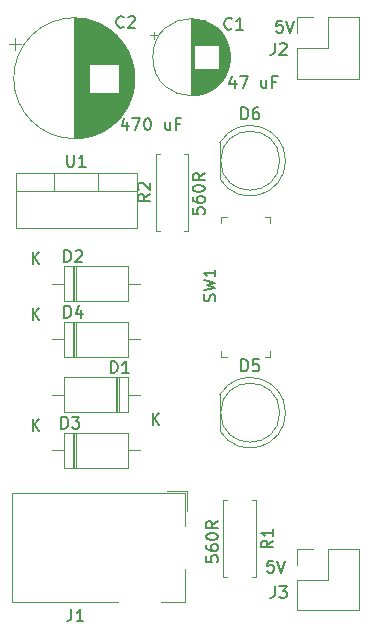
<source format=gto>
%TF.GenerationSoftware,KiCad,Pcbnew,5.1.8-db9833491~88~ubuntu18.04.1*%
%TF.CreationDate,2021-01-02T19:35:10+01:00*%
%TF.ProjectId,Breadboard_power_supply,42726561-6462-46f6-9172-645f706f7765,Rev A*%
%TF.SameCoordinates,Original*%
%TF.FileFunction,Legend,Top*%
%TF.FilePolarity,Positive*%
%FSLAX46Y46*%
G04 Gerber Fmt 4.6, Leading zero omitted, Abs format (unit mm)*
G04 Created by KiCad (PCBNEW 5.1.8-db9833491~88~ubuntu18.04.1) date 2021-01-02 19:35:10*
%MOMM*%
%LPD*%
G01*
G04 APERTURE LIST*
%ADD10C,0.150000*%
%ADD11C,0.120000*%
%ADD12C,0.100000*%
G04 APERTURE END LIST*
D10*
X132945380Y-66206714D02*
X132945380Y-66873380D01*
X132707285Y-65825761D02*
X132469190Y-66540047D01*
X133088238Y-66540047D01*
X133373952Y-65873380D02*
X134040619Y-65873380D01*
X133612047Y-66873380D01*
X135612047Y-66206714D02*
X135612047Y-66873380D01*
X135183476Y-66206714D02*
X135183476Y-66730523D01*
X135231095Y-66825761D01*
X135326333Y-66873380D01*
X135469190Y-66873380D01*
X135564428Y-66825761D01*
X135612047Y-66778142D01*
X136421571Y-66349571D02*
X136088238Y-66349571D01*
X136088238Y-66873380D02*
X136088238Y-65873380D01*
X136564428Y-65873380D01*
X123833190Y-69762714D02*
X123833190Y-70429380D01*
X123595095Y-69381761D02*
X123357000Y-70096047D01*
X123976047Y-70096047D01*
X124261761Y-69429380D02*
X124928428Y-69429380D01*
X124499857Y-70429380D01*
X125499857Y-69429380D02*
X125595095Y-69429380D01*
X125690333Y-69477000D01*
X125737952Y-69524619D01*
X125785571Y-69619857D01*
X125833190Y-69810333D01*
X125833190Y-70048428D01*
X125785571Y-70238904D01*
X125737952Y-70334142D01*
X125690333Y-70381761D01*
X125595095Y-70429380D01*
X125499857Y-70429380D01*
X125404619Y-70381761D01*
X125357000Y-70334142D01*
X125309380Y-70238904D01*
X125261761Y-70048428D01*
X125261761Y-69810333D01*
X125309380Y-69619857D01*
X125357000Y-69524619D01*
X125404619Y-69477000D01*
X125499857Y-69429380D01*
X127452238Y-69762714D02*
X127452238Y-70429380D01*
X127023666Y-69762714D02*
X127023666Y-70286523D01*
X127071285Y-70381761D01*
X127166523Y-70429380D01*
X127309380Y-70429380D01*
X127404619Y-70381761D01*
X127452238Y-70334142D01*
X128261761Y-69905571D02*
X127928428Y-69905571D01*
X127928428Y-70429380D02*
X127928428Y-69429380D01*
X128404619Y-69429380D01*
X130516380Y-106497285D02*
X130516380Y-106973476D01*
X130992571Y-107021095D01*
X130944952Y-106973476D01*
X130897333Y-106878238D01*
X130897333Y-106640142D01*
X130944952Y-106544904D01*
X130992571Y-106497285D01*
X131087809Y-106449666D01*
X131325904Y-106449666D01*
X131421142Y-106497285D01*
X131468761Y-106544904D01*
X131516380Y-106640142D01*
X131516380Y-106878238D01*
X131468761Y-106973476D01*
X131421142Y-107021095D01*
X130516380Y-105592523D02*
X130516380Y-105783000D01*
X130564000Y-105878238D01*
X130611619Y-105925857D01*
X130754476Y-106021095D01*
X130944952Y-106068714D01*
X131325904Y-106068714D01*
X131421142Y-106021095D01*
X131468761Y-105973476D01*
X131516380Y-105878238D01*
X131516380Y-105687761D01*
X131468761Y-105592523D01*
X131421142Y-105544904D01*
X131325904Y-105497285D01*
X131087809Y-105497285D01*
X130992571Y-105544904D01*
X130944952Y-105592523D01*
X130897333Y-105687761D01*
X130897333Y-105878238D01*
X130944952Y-105973476D01*
X130992571Y-106021095D01*
X131087809Y-106068714D01*
X130516380Y-104878238D02*
X130516380Y-104783000D01*
X130564000Y-104687761D01*
X130611619Y-104640142D01*
X130706857Y-104592523D01*
X130897333Y-104544904D01*
X131135428Y-104544904D01*
X131325904Y-104592523D01*
X131421142Y-104640142D01*
X131468761Y-104687761D01*
X131516380Y-104783000D01*
X131516380Y-104878238D01*
X131468761Y-104973476D01*
X131421142Y-105021095D01*
X131325904Y-105068714D01*
X131135428Y-105116333D01*
X130897333Y-105116333D01*
X130706857Y-105068714D01*
X130611619Y-105021095D01*
X130564000Y-104973476D01*
X130516380Y-104878238D01*
X131516380Y-103544904D02*
X131040190Y-103878238D01*
X131516380Y-104116333D02*
X130516380Y-104116333D01*
X130516380Y-103735380D01*
X130564000Y-103640142D01*
X130611619Y-103592523D01*
X130706857Y-103544904D01*
X130849714Y-103544904D01*
X130944952Y-103592523D01*
X130992571Y-103640142D01*
X131040190Y-103735380D01*
X131040190Y-104116333D01*
X129373380Y-77033285D02*
X129373380Y-77509476D01*
X129849571Y-77557095D01*
X129801952Y-77509476D01*
X129754333Y-77414238D01*
X129754333Y-77176142D01*
X129801952Y-77080904D01*
X129849571Y-77033285D01*
X129944809Y-76985666D01*
X130182904Y-76985666D01*
X130278142Y-77033285D01*
X130325761Y-77080904D01*
X130373380Y-77176142D01*
X130373380Y-77414238D01*
X130325761Y-77509476D01*
X130278142Y-77557095D01*
X129373380Y-76128523D02*
X129373380Y-76319000D01*
X129421000Y-76414238D01*
X129468619Y-76461857D01*
X129611476Y-76557095D01*
X129801952Y-76604714D01*
X130182904Y-76604714D01*
X130278142Y-76557095D01*
X130325761Y-76509476D01*
X130373380Y-76414238D01*
X130373380Y-76223761D01*
X130325761Y-76128523D01*
X130278142Y-76080904D01*
X130182904Y-76033285D01*
X129944809Y-76033285D01*
X129849571Y-76080904D01*
X129801952Y-76128523D01*
X129754333Y-76223761D01*
X129754333Y-76414238D01*
X129801952Y-76509476D01*
X129849571Y-76557095D01*
X129944809Y-76604714D01*
X129373380Y-75414238D02*
X129373380Y-75319000D01*
X129421000Y-75223761D01*
X129468619Y-75176142D01*
X129563857Y-75128523D01*
X129754333Y-75080904D01*
X129992428Y-75080904D01*
X130182904Y-75128523D01*
X130278142Y-75176142D01*
X130325761Y-75223761D01*
X130373380Y-75319000D01*
X130373380Y-75414238D01*
X130325761Y-75509476D01*
X130278142Y-75557095D01*
X130182904Y-75604714D01*
X129992428Y-75652333D01*
X129754333Y-75652333D01*
X129563857Y-75604714D01*
X129468619Y-75557095D01*
X129421000Y-75509476D01*
X129373380Y-75414238D01*
X130373380Y-74080904D02*
X129897190Y-74414238D01*
X130373380Y-74652333D02*
X129373380Y-74652333D01*
X129373380Y-74271380D01*
X129421000Y-74176142D01*
X129468619Y-74128523D01*
X129563857Y-74080904D01*
X129706714Y-74080904D01*
X129801952Y-74128523D01*
X129849571Y-74176142D01*
X129897190Y-74271380D01*
X129897190Y-74652333D01*
X136969523Y-61174380D02*
X136493333Y-61174380D01*
X136445714Y-61650571D01*
X136493333Y-61602952D01*
X136588571Y-61555333D01*
X136826666Y-61555333D01*
X136921904Y-61602952D01*
X136969523Y-61650571D01*
X137017142Y-61745809D01*
X137017142Y-61983904D01*
X136969523Y-62079142D01*
X136921904Y-62126761D01*
X136826666Y-62174380D01*
X136588571Y-62174380D01*
X136493333Y-62126761D01*
X136445714Y-62079142D01*
X137302857Y-61174380D02*
X137636190Y-62174380D01*
X137969523Y-61174380D01*
X136207523Y-106894380D02*
X135731333Y-106894380D01*
X135683714Y-107370571D01*
X135731333Y-107322952D01*
X135826571Y-107275333D01*
X136064666Y-107275333D01*
X136159904Y-107322952D01*
X136207523Y-107370571D01*
X136255142Y-107465809D01*
X136255142Y-107703904D01*
X136207523Y-107799142D01*
X136159904Y-107846761D01*
X136064666Y-107894380D01*
X135826571Y-107894380D01*
X135731333Y-107846761D01*
X135683714Y-107799142D01*
X136540857Y-106894380D02*
X136874190Y-107894380D01*
X137207523Y-106894380D01*
D11*
%TO.C,C1*%
X126080759Y-62108000D02*
X126080759Y-62738000D01*
X125765759Y-62423000D02*
X126395759Y-62423000D01*
X132507000Y-63860000D02*
X132507000Y-64664000D01*
X132467000Y-63629000D02*
X132467000Y-64895000D01*
X132427000Y-63460000D02*
X132427000Y-65064000D01*
X132387000Y-63322000D02*
X132387000Y-65202000D01*
X132347000Y-63203000D02*
X132347000Y-65321000D01*
X132307000Y-63097000D02*
X132307000Y-65427000D01*
X132267000Y-63000000D02*
X132267000Y-65524000D01*
X132227000Y-62912000D02*
X132227000Y-65612000D01*
X132187000Y-62830000D02*
X132187000Y-65694000D01*
X132147000Y-62753000D02*
X132147000Y-65771000D01*
X132107000Y-62681000D02*
X132107000Y-65843000D01*
X132067000Y-62612000D02*
X132067000Y-65912000D01*
X132027000Y-62548000D02*
X132027000Y-65976000D01*
X131987000Y-62486000D02*
X131987000Y-66038000D01*
X131947000Y-62428000D02*
X131947000Y-66096000D01*
X131907000Y-62372000D02*
X131907000Y-66152000D01*
X131867000Y-62318000D02*
X131867000Y-66206000D01*
X131827000Y-62267000D02*
X131827000Y-66257000D01*
X131787000Y-62218000D02*
X131787000Y-66306000D01*
X131747000Y-62170000D02*
X131747000Y-66354000D01*
X131707000Y-62125000D02*
X131707000Y-66399000D01*
X131667000Y-62080000D02*
X131667000Y-66444000D01*
X131627000Y-62038000D02*
X131627000Y-66486000D01*
X131587000Y-61997000D02*
X131587000Y-66527000D01*
X131547000Y-65302000D02*
X131547000Y-66567000D01*
X131547000Y-61957000D02*
X131547000Y-63222000D01*
X131507000Y-65302000D02*
X131507000Y-66605000D01*
X131507000Y-61919000D02*
X131507000Y-63222000D01*
X131467000Y-65302000D02*
X131467000Y-66642000D01*
X131467000Y-61882000D02*
X131467000Y-63222000D01*
X131427000Y-65302000D02*
X131427000Y-66678000D01*
X131427000Y-61846000D02*
X131427000Y-63222000D01*
X131387000Y-65302000D02*
X131387000Y-66712000D01*
X131387000Y-61812000D02*
X131387000Y-63222000D01*
X131347000Y-65302000D02*
X131347000Y-66746000D01*
X131347000Y-61778000D02*
X131347000Y-63222000D01*
X131307000Y-65302000D02*
X131307000Y-66778000D01*
X131307000Y-61746000D02*
X131307000Y-63222000D01*
X131267000Y-65302000D02*
X131267000Y-66810000D01*
X131267000Y-61714000D02*
X131267000Y-63222000D01*
X131227000Y-65302000D02*
X131227000Y-66840000D01*
X131227000Y-61684000D02*
X131227000Y-63222000D01*
X131187000Y-65302000D02*
X131187000Y-66869000D01*
X131187000Y-61655000D02*
X131187000Y-63222000D01*
X131147000Y-65302000D02*
X131147000Y-66898000D01*
X131147000Y-61626000D02*
X131147000Y-63222000D01*
X131107000Y-65302000D02*
X131107000Y-66926000D01*
X131107000Y-61598000D02*
X131107000Y-63222000D01*
X131067000Y-65302000D02*
X131067000Y-66952000D01*
X131067000Y-61572000D02*
X131067000Y-63222000D01*
X131027000Y-65302000D02*
X131027000Y-66978000D01*
X131027000Y-61546000D02*
X131027000Y-63222000D01*
X130987000Y-65302000D02*
X130987000Y-67004000D01*
X130987000Y-61520000D02*
X130987000Y-63222000D01*
X130947000Y-65302000D02*
X130947000Y-67028000D01*
X130947000Y-61496000D02*
X130947000Y-63222000D01*
X130907000Y-65302000D02*
X130907000Y-67052000D01*
X130907000Y-61472000D02*
X130907000Y-63222000D01*
X130867000Y-65302000D02*
X130867000Y-67074000D01*
X130867000Y-61450000D02*
X130867000Y-63222000D01*
X130827000Y-65302000D02*
X130827000Y-67096000D01*
X130827000Y-61428000D02*
X130827000Y-63222000D01*
X130787000Y-65302000D02*
X130787000Y-67118000D01*
X130787000Y-61406000D02*
X130787000Y-63222000D01*
X130747000Y-65302000D02*
X130747000Y-67138000D01*
X130747000Y-61386000D02*
X130747000Y-63222000D01*
X130707000Y-65302000D02*
X130707000Y-67158000D01*
X130707000Y-61366000D02*
X130707000Y-63222000D01*
X130667000Y-65302000D02*
X130667000Y-67178000D01*
X130667000Y-61346000D02*
X130667000Y-63222000D01*
X130627000Y-65302000D02*
X130627000Y-67196000D01*
X130627000Y-61328000D02*
X130627000Y-63222000D01*
X130587000Y-65302000D02*
X130587000Y-67214000D01*
X130587000Y-61310000D02*
X130587000Y-63222000D01*
X130547000Y-65302000D02*
X130547000Y-67232000D01*
X130547000Y-61292000D02*
X130547000Y-63222000D01*
X130507000Y-65302000D02*
X130507000Y-67248000D01*
X130507000Y-61276000D02*
X130507000Y-63222000D01*
X130467000Y-65302000D02*
X130467000Y-67264000D01*
X130467000Y-61260000D02*
X130467000Y-63222000D01*
X130427000Y-65302000D02*
X130427000Y-67280000D01*
X130427000Y-61244000D02*
X130427000Y-63222000D01*
X130387000Y-65302000D02*
X130387000Y-67295000D01*
X130387000Y-61229000D02*
X130387000Y-63222000D01*
X130347000Y-65302000D02*
X130347000Y-67309000D01*
X130347000Y-61215000D02*
X130347000Y-63222000D01*
X130307000Y-65302000D02*
X130307000Y-67323000D01*
X130307000Y-61201000D02*
X130307000Y-63222000D01*
X130267000Y-65302000D02*
X130267000Y-67336000D01*
X130267000Y-61188000D02*
X130267000Y-63222000D01*
X130227000Y-65302000D02*
X130227000Y-67348000D01*
X130227000Y-61176000D02*
X130227000Y-63222000D01*
X130187000Y-65302000D02*
X130187000Y-67360000D01*
X130187000Y-61164000D02*
X130187000Y-63222000D01*
X130147000Y-65302000D02*
X130147000Y-67372000D01*
X130147000Y-61152000D02*
X130147000Y-63222000D01*
X130107000Y-65302000D02*
X130107000Y-67383000D01*
X130107000Y-61141000D02*
X130107000Y-63222000D01*
X130067000Y-65302000D02*
X130067000Y-67393000D01*
X130067000Y-61131000D02*
X130067000Y-63222000D01*
X130027000Y-65302000D02*
X130027000Y-67403000D01*
X130027000Y-61121000D02*
X130027000Y-63222000D01*
X129987000Y-65302000D02*
X129987000Y-67412000D01*
X129987000Y-61112000D02*
X129987000Y-63222000D01*
X129946000Y-65302000D02*
X129946000Y-67421000D01*
X129946000Y-61103000D02*
X129946000Y-63222000D01*
X129906000Y-65302000D02*
X129906000Y-67429000D01*
X129906000Y-61095000D02*
X129906000Y-63222000D01*
X129866000Y-65302000D02*
X129866000Y-67437000D01*
X129866000Y-61087000D02*
X129866000Y-63222000D01*
X129826000Y-65302000D02*
X129826000Y-67444000D01*
X129826000Y-61080000D02*
X129826000Y-63222000D01*
X129786000Y-65302000D02*
X129786000Y-67451000D01*
X129786000Y-61073000D02*
X129786000Y-63222000D01*
X129746000Y-65302000D02*
X129746000Y-67457000D01*
X129746000Y-61067000D02*
X129746000Y-63222000D01*
X129706000Y-65302000D02*
X129706000Y-67463000D01*
X129706000Y-61061000D02*
X129706000Y-63222000D01*
X129666000Y-65302000D02*
X129666000Y-67468000D01*
X129666000Y-61056000D02*
X129666000Y-63222000D01*
X129626000Y-65302000D02*
X129626000Y-67473000D01*
X129626000Y-61051000D02*
X129626000Y-63222000D01*
X129586000Y-65302000D02*
X129586000Y-67477000D01*
X129586000Y-61047000D02*
X129586000Y-63222000D01*
X129546000Y-65302000D02*
X129546000Y-67480000D01*
X129546000Y-61044000D02*
X129546000Y-63222000D01*
X129506000Y-65302000D02*
X129506000Y-67484000D01*
X129506000Y-61040000D02*
X129506000Y-63222000D01*
X129466000Y-61038000D02*
X129466000Y-67486000D01*
X129426000Y-61035000D02*
X129426000Y-67489000D01*
X129386000Y-61034000D02*
X129386000Y-67490000D01*
X129346000Y-61032000D02*
X129346000Y-67492000D01*
X129306000Y-61032000D02*
X129306000Y-67492000D01*
X129266000Y-61032000D02*
X129266000Y-67492000D01*
X132536000Y-64262000D02*
G75*
G03*
X132536000Y-64262000I-3270000J0D01*
G01*
%TO.C,C2*%
X114360354Y-62665000D02*
X114360354Y-63665000D01*
X113860354Y-63165000D02*
X114860354Y-63165000D01*
X124421000Y-65441000D02*
X124421000Y-66639000D01*
X124381000Y-65178000D02*
X124381000Y-66902000D01*
X124341000Y-64978000D02*
X124341000Y-67102000D01*
X124301000Y-64810000D02*
X124301000Y-67270000D01*
X124261000Y-64662000D02*
X124261000Y-67418000D01*
X124221000Y-64530000D02*
X124221000Y-67550000D01*
X124181000Y-64410000D02*
X124181000Y-67670000D01*
X124141000Y-64298000D02*
X124141000Y-67782000D01*
X124101000Y-64194000D02*
X124101000Y-67886000D01*
X124061000Y-64096000D02*
X124061000Y-67984000D01*
X124021000Y-64003000D02*
X124021000Y-68077000D01*
X123981000Y-63915000D02*
X123981000Y-68165000D01*
X123941000Y-63831000D02*
X123941000Y-68249000D01*
X123901000Y-63751000D02*
X123901000Y-68329000D01*
X123861000Y-63675000D02*
X123861000Y-68405000D01*
X123821000Y-63601000D02*
X123821000Y-68479000D01*
X123781000Y-63530000D02*
X123781000Y-68550000D01*
X123741000Y-63461000D02*
X123741000Y-68619000D01*
X123701000Y-63395000D02*
X123701000Y-68685000D01*
X123661000Y-63331000D02*
X123661000Y-68749000D01*
X123621000Y-63270000D02*
X123621000Y-68810000D01*
X123581000Y-63210000D02*
X123581000Y-68870000D01*
X123541000Y-63151000D02*
X123541000Y-68929000D01*
X123501000Y-63095000D02*
X123501000Y-68985000D01*
X123461000Y-63040000D02*
X123461000Y-69040000D01*
X123421000Y-62986000D02*
X123421000Y-69094000D01*
X123381000Y-62934000D02*
X123381000Y-69146000D01*
X123341000Y-62884000D02*
X123341000Y-69196000D01*
X123301000Y-62834000D02*
X123301000Y-69246000D01*
X123261000Y-62786000D02*
X123261000Y-69294000D01*
X123221000Y-62739000D02*
X123221000Y-69341000D01*
X123181000Y-62693000D02*
X123181000Y-69387000D01*
X123141000Y-62648000D02*
X123141000Y-69432000D01*
X123101000Y-62604000D02*
X123101000Y-69476000D01*
X123061000Y-67281000D02*
X123061000Y-69518000D01*
X123061000Y-62562000D02*
X123061000Y-64799000D01*
X123021000Y-67281000D02*
X123021000Y-69560000D01*
X123021000Y-62520000D02*
X123021000Y-64799000D01*
X122981000Y-67281000D02*
X122981000Y-69601000D01*
X122981000Y-62479000D02*
X122981000Y-64799000D01*
X122941000Y-67281000D02*
X122941000Y-69641000D01*
X122941000Y-62439000D02*
X122941000Y-64799000D01*
X122901000Y-67281000D02*
X122901000Y-69680000D01*
X122901000Y-62400000D02*
X122901000Y-64799000D01*
X122861000Y-67281000D02*
X122861000Y-69719000D01*
X122861000Y-62361000D02*
X122861000Y-64799000D01*
X122821000Y-67281000D02*
X122821000Y-69756000D01*
X122821000Y-62324000D02*
X122821000Y-64799000D01*
X122781000Y-67281000D02*
X122781000Y-69793000D01*
X122781000Y-62287000D02*
X122781000Y-64799000D01*
X122741000Y-67281000D02*
X122741000Y-69829000D01*
X122741000Y-62251000D02*
X122741000Y-64799000D01*
X122701000Y-67281000D02*
X122701000Y-69864000D01*
X122701000Y-62216000D02*
X122701000Y-64799000D01*
X122661000Y-67281000D02*
X122661000Y-69898000D01*
X122661000Y-62182000D02*
X122661000Y-64799000D01*
X122621000Y-67281000D02*
X122621000Y-69932000D01*
X122621000Y-62148000D02*
X122621000Y-64799000D01*
X122581000Y-67281000D02*
X122581000Y-69965000D01*
X122581000Y-62115000D02*
X122581000Y-64799000D01*
X122541000Y-67281000D02*
X122541000Y-69997000D01*
X122541000Y-62083000D02*
X122541000Y-64799000D01*
X122501000Y-67281000D02*
X122501000Y-70029000D01*
X122501000Y-62051000D02*
X122501000Y-64799000D01*
X122461000Y-67281000D02*
X122461000Y-70060000D01*
X122461000Y-62020000D02*
X122461000Y-64799000D01*
X122421000Y-67281000D02*
X122421000Y-70090000D01*
X122421000Y-61990000D02*
X122421000Y-64799000D01*
X122381000Y-67281000D02*
X122381000Y-70120000D01*
X122381000Y-61960000D02*
X122381000Y-64799000D01*
X122341000Y-67281000D02*
X122341000Y-70150000D01*
X122341000Y-61930000D02*
X122341000Y-64799000D01*
X122301000Y-67281000D02*
X122301000Y-70178000D01*
X122301000Y-61902000D02*
X122301000Y-64799000D01*
X122261000Y-67281000D02*
X122261000Y-70206000D01*
X122261000Y-61874000D02*
X122261000Y-64799000D01*
X122221000Y-67281000D02*
X122221000Y-70234000D01*
X122221000Y-61846000D02*
X122221000Y-64799000D01*
X122181000Y-67281000D02*
X122181000Y-70261000D01*
X122181000Y-61819000D02*
X122181000Y-64799000D01*
X122141000Y-67281000D02*
X122141000Y-70287000D01*
X122141000Y-61793000D02*
X122141000Y-64799000D01*
X122101000Y-67281000D02*
X122101000Y-70313000D01*
X122101000Y-61767000D02*
X122101000Y-64799000D01*
X122061000Y-67281000D02*
X122061000Y-70338000D01*
X122061000Y-61742000D02*
X122061000Y-64799000D01*
X122021000Y-67281000D02*
X122021000Y-70363000D01*
X122021000Y-61717000D02*
X122021000Y-64799000D01*
X121981000Y-67281000D02*
X121981000Y-70387000D01*
X121981000Y-61693000D02*
X121981000Y-64799000D01*
X121941000Y-67281000D02*
X121941000Y-70411000D01*
X121941000Y-61669000D02*
X121941000Y-64799000D01*
X121901000Y-67281000D02*
X121901000Y-70435000D01*
X121901000Y-61645000D02*
X121901000Y-64799000D01*
X121861000Y-67281000D02*
X121861000Y-70457000D01*
X121861000Y-61623000D02*
X121861000Y-64799000D01*
X121821000Y-67281000D02*
X121821000Y-70480000D01*
X121821000Y-61600000D02*
X121821000Y-64799000D01*
X121781000Y-67281000D02*
X121781000Y-70502000D01*
X121781000Y-61578000D02*
X121781000Y-64799000D01*
X121741000Y-67281000D02*
X121741000Y-70523000D01*
X121741000Y-61557000D02*
X121741000Y-64799000D01*
X121701000Y-67281000D02*
X121701000Y-70544000D01*
X121701000Y-61536000D02*
X121701000Y-64799000D01*
X121661000Y-67281000D02*
X121661000Y-70565000D01*
X121661000Y-61515000D02*
X121661000Y-64799000D01*
X121621000Y-67281000D02*
X121621000Y-70585000D01*
X121621000Y-61495000D02*
X121621000Y-64799000D01*
X121581000Y-67281000D02*
X121581000Y-70604000D01*
X121581000Y-61476000D02*
X121581000Y-64799000D01*
X121541000Y-67281000D02*
X121541000Y-70624000D01*
X121541000Y-61456000D02*
X121541000Y-64799000D01*
X121501000Y-67281000D02*
X121501000Y-70643000D01*
X121501000Y-61437000D02*
X121501000Y-64799000D01*
X121461000Y-67281000D02*
X121461000Y-70661000D01*
X121461000Y-61419000D02*
X121461000Y-64799000D01*
X121421000Y-67281000D02*
X121421000Y-70679000D01*
X121421000Y-61401000D02*
X121421000Y-64799000D01*
X121381000Y-67281000D02*
X121381000Y-70697000D01*
X121381000Y-61383000D02*
X121381000Y-64799000D01*
X121341000Y-67281000D02*
X121341000Y-70714000D01*
X121341000Y-61366000D02*
X121341000Y-64799000D01*
X121301000Y-67281000D02*
X121301000Y-70730000D01*
X121301000Y-61350000D02*
X121301000Y-64799000D01*
X121261000Y-67281000D02*
X121261000Y-70747000D01*
X121261000Y-61333000D02*
X121261000Y-64799000D01*
X121221000Y-67281000D02*
X121221000Y-70763000D01*
X121221000Y-61317000D02*
X121221000Y-64799000D01*
X121181000Y-67281000D02*
X121181000Y-70778000D01*
X121181000Y-61302000D02*
X121181000Y-64799000D01*
X121141000Y-67281000D02*
X121141000Y-70794000D01*
X121141000Y-61286000D02*
X121141000Y-64799000D01*
X121101000Y-67281000D02*
X121101000Y-70808000D01*
X121101000Y-61272000D02*
X121101000Y-64799000D01*
X121061000Y-67281000D02*
X121061000Y-70823000D01*
X121061000Y-61257000D02*
X121061000Y-64799000D01*
X121021000Y-67281000D02*
X121021000Y-70837000D01*
X121021000Y-61243000D02*
X121021000Y-64799000D01*
X120981000Y-67281000D02*
X120981000Y-70851000D01*
X120981000Y-61229000D02*
X120981000Y-64799000D01*
X120941000Y-67281000D02*
X120941000Y-70864000D01*
X120941000Y-61216000D02*
X120941000Y-64799000D01*
X120901000Y-67281000D02*
X120901000Y-70877000D01*
X120901000Y-61203000D02*
X120901000Y-64799000D01*
X120861000Y-67281000D02*
X120861000Y-70890000D01*
X120861000Y-61190000D02*
X120861000Y-64799000D01*
X120821000Y-67281000D02*
X120821000Y-70902000D01*
X120821000Y-61178000D02*
X120821000Y-64799000D01*
X120781000Y-67281000D02*
X120781000Y-70914000D01*
X120781000Y-61166000D02*
X120781000Y-64799000D01*
X120741000Y-67281000D02*
X120741000Y-70925000D01*
X120741000Y-61155000D02*
X120741000Y-64799000D01*
X120701000Y-67281000D02*
X120701000Y-70937000D01*
X120701000Y-61143000D02*
X120701000Y-64799000D01*
X120661000Y-67281000D02*
X120661000Y-70947000D01*
X120661000Y-61133000D02*
X120661000Y-64799000D01*
X120621000Y-67281000D02*
X120621000Y-70958000D01*
X120621000Y-61122000D02*
X120621000Y-64799000D01*
X120581000Y-61112000D02*
X120581000Y-70968000D01*
X120541000Y-61102000D02*
X120541000Y-70978000D01*
X120501000Y-61093000D02*
X120501000Y-70987000D01*
X120461000Y-61084000D02*
X120461000Y-70996000D01*
X120421000Y-61075000D02*
X120421000Y-71005000D01*
X120381000Y-61066000D02*
X120381000Y-71014000D01*
X120341000Y-61058000D02*
X120341000Y-71022000D01*
X120301000Y-61050000D02*
X120301000Y-71030000D01*
X120261000Y-61043000D02*
X120261000Y-71037000D01*
X120221000Y-61036000D02*
X120221000Y-71044000D01*
X120181000Y-61029000D02*
X120181000Y-71051000D01*
X120141000Y-61022000D02*
X120141000Y-71058000D01*
X120101000Y-61016000D02*
X120101000Y-71064000D01*
X120061000Y-61010000D02*
X120061000Y-71070000D01*
X120020000Y-61005000D02*
X120020000Y-71075000D01*
X119980000Y-61000000D02*
X119980000Y-71080000D01*
X119940000Y-60995000D02*
X119940000Y-71085000D01*
X119900000Y-60990000D02*
X119900000Y-71090000D01*
X119860000Y-60986000D02*
X119860000Y-71094000D01*
X119820000Y-60982000D02*
X119820000Y-71098000D01*
X119780000Y-60978000D02*
X119780000Y-71102000D01*
X119740000Y-60975000D02*
X119740000Y-71105000D01*
X119700000Y-60972000D02*
X119700000Y-71108000D01*
X119660000Y-60970000D02*
X119660000Y-71110000D01*
X119620000Y-60967000D02*
X119620000Y-71113000D01*
X119580000Y-60965000D02*
X119580000Y-71115000D01*
X119540000Y-60963000D02*
X119540000Y-71117000D01*
X119500000Y-60962000D02*
X119500000Y-71118000D01*
X119460000Y-60961000D02*
X119460000Y-71119000D01*
X119420000Y-60960000D02*
X119420000Y-71120000D01*
X119380000Y-60960000D02*
X119380000Y-71120000D01*
X119340000Y-60960000D02*
X119340000Y-71120000D01*
X124460000Y-66040000D02*
G75*
G03*
X124460000Y-66040000I-5120000J0D01*
G01*
%TO.C,D1*%
X123878000Y-94307000D02*
X123878000Y-91367000D01*
X123878000Y-91367000D02*
X118438000Y-91367000D01*
X118438000Y-91367000D02*
X118438000Y-94307000D01*
X118438000Y-94307000D02*
X123878000Y-94307000D01*
X124898000Y-92837000D02*
X123878000Y-92837000D01*
X117418000Y-92837000D02*
X118438000Y-92837000D01*
X122978000Y-94307000D02*
X122978000Y-91367000D01*
X122858000Y-94307000D02*
X122858000Y-91367000D01*
X123098000Y-94307000D02*
X123098000Y-91367000D01*
%TO.C,D2*%
X119218000Y-81969000D02*
X119218000Y-84909000D01*
X119458000Y-81969000D02*
X119458000Y-84909000D01*
X119338000Y-81969000D02*
X119338000Y-84909000D01*
X124898000Y-83439000D02*
X123878000Y-83439000D01*
X117418000Y-83439000D02*
X118438000Y-83439000D01*
X123878000Y-81969000D02*
X118438000Y-81969000D01*
X123878000Y-84909000D02*
X123878000Y-81969000D01*
X118438000Y-84909000D02*
X123878000Y-84909000D01*
X118438000Y-81969000D02*
X118438000Y-84909000D01*
%TO.C,D3*%
X119218000Y-96066000D02*
X119218000Y-99006000D01*
X119458000Y-96066000D02*
X119458000Y-99006000D01*
X119338000Y-96066000D02*
X119338000Y-99006000D01*
X124898000Y-97536000D02*
X123878000Y-97536000D01*
X117418000Y-97536000D02*
X118438000Y-97536000D01*
X123878000Y-96066000D02*
X118438000Y-96066000D01*
X123878000Y-99006000D02*
X123878000Y-96066000D01*
X118438000Y-99006000D02*
X123878000Y-99006000D01*
X118438000Y-96066000D02*
X118438000Y-99006000D01*
%TO.C,D4*%
X118438000Y-86668000D02*
X118438000Y-89608000D01*
X118438000Y-89608000D02*
X123878000Y-89608000D01*
X123878000Y-89608000D02*
X123878000Y-86668000D01*
X123878000Y-86668000D02*
X118438000Y-86668000D01*
X117418000Y-88138000D02*
X118438000Y-88138000D01*
X124898000Y-88138000D02*
X123878000Y-88138000D01*
X119338000Y-86668000D02*
X119338000Y-89608000D01*
X119458000Y-86668000D02*
X119458000Y-89608000D01*
X119218000Y-86668000D02*
X119218000Y-89608000D01*
%TO.C,D5*%
X137229000Y-94360538D02*
G75*
G02*
X131679000Y-95905830I-2990000J-462D01*
G01*
X137229000Y-94361462D02*
G75*
G03*
X131679000Y-92816170I-2990000J462D01*
G01*
X136739000Y-94361000D02*
G75*
G03*
X136739000Y-94361000I-2500000J0D01*
G01*
X131679000Y-92816000D02*
X131679000Y-95906000D01*
%TO.C,D6*%
X131679000Y-71480000D02*
X131679000Y-74570000D01*
X136739000Y-73025000D02*
G75*
G03*
X136739000Y-73025000I-2500000J0D01*
G01*
X137229000Y-73025462D02*
G75*
G03*
X131679000Y-71480170I-2990000J462D01*
G01*
X137229000Y-73024538D02*
G75*
G02*
X131679000Y-74569830I-2990000J-462D01*
G01*
%TO.C,J1*%
X128929000Y-100951000D02*
X128929000Y-102691000D01*
X127189000Y-100951000D02*
X128929000Y-100951000D01*
X128689000Y-110391000D02*
X126689000Y-110391000D01*
X128689000Y-107591000D02*
X128689000Y-110391000D01*
X128689000Y-101191000D02*
X128689000Y-103991000D01*
X114089000Y-101191000D02*
X128689000Y-101191000D01*
X114089000Y-110391000D02*
X114089000Y-101191000D01*
X123089000Y-110391000D02*
X114089000Y-110391000D01*
%TO.C,J2*%
X138243000Y-60900000D02*
X139573000Y-60900000D01*
X138243000Y-62230000D02*
X138243000Y-60900000D01*
X140843000Y-60900000D02*
X143443000Y-60900000D01*
X140843000Y-63500000D02*
X140843000Y-60900000D01*
X138243000Y-63500000D02*
X140843000Y-63500000D01*
X143443000Y-60900000D02*
X143443000Y-66100000D01*
X138243000Y-63500000D02*
X138243000Y-66100000D01*
X138243000Y-66100000D02*
X143443000Y-66100000D01*
%TO.C,J3*%
X138243000Y-111085000D02*
X143443000Y-111085000D01*
X138243000Y-108485000D02*
X138243000Y-111085000D01*
X143443000Y-105885000D02*
X143443000Y-111085000D01*
X138243000Y-108485000D02*
X140843000Y-108485000D01*
X140843000Y-108485000D02*
X140843000Y-105885000D01*
X140843000Y-105885000D02*
X143443000Y-105885000D01*
X138243000Y-107215000D02*
X138243000Y-105885000D01*
X138243000Y-105885000D02*
X139573000Y-105885000D01*
%TO.C,R1*%
X134390000Y-101759000D02*
X134720000Y-101759000D01*
X134720000Y-101759000D02*
X134720000Y-108299000D01*
X134720000Y-108299000D02*
X134390000Y-108299000D01*
X132310000Y-101759000D02*
X131980000Y-101759000D01*
X131980000Y-101759000D02*
X131980000Y-108299000D01*
X131980000Y-108299000D02*
X132310000Y-108299000D01*
%TO.C,R2*%
X129005000Y-72422000D02*
X128675000Y-72422000D01*
X129005000Y-78962000D02*
X129005000Y-72422000D01*
X128675000Y-78962000D02*
X129005000Y-78962000D01*
X126265000Y-72422000D02*
X126595000Y-72422000D01*
X126265000Y-78962000D02*
X126265000Y-72422000D01*
X126595000Y-78962000D02*
X126265000Y-78962000D01*
D12*
%TO.C,SW1*%
X131758000Y-77773000D02*
X131758000Y-78273000D01*
X131758000Y-77773000D02*
X132258000Y-77773000D01*
X131758000Y-89673000D02*
X132258000Y-89673000D01*
X131758000Y-89673000D02*
X131758000Y-89173000D01*
X135958000Y-89673000D02*
X135458000Y-89673000D01*
X135958000Y-89673000D02*
X135958000Y-89173000D01*
X135958000Y-77773000D02*
X135458000Y-77773000D01*
X135958000Y-77773000D02*
X135958000Y-78273000D01*
D11*
%TO.C,U1*%
X121358000Y-74073000D02*
X121358000Y-75583000D01*
X117657000Y-74073000D02*
X117657000Y-75583000D01*
X114387000Y-75583000D02*
X124627000Y-75583000D01*
X124627000Y-74073000D02*
X124627000Y-78714000D01*
X114387000Y-74073000D02*
X114387000Y-78714000D01*
X114387000Y-78714000D02*
X124627000Y-78714000D01*
X114387000Y-74073000D02*
X124627000Y-74073000D01*
%TO.C,C1*%
D10*
X132675333Y-61825142D02*
X132627714Y-61872761D01*
X132484857Y-61920380D01*
X132389619Y-61920380D01*
X132246761Y-61872761D01*
X132151523Y-61777523D01*
X132103904Y-61682285D01*
X132056285Y-61491809D01*
X132056285Y-61348952D01*
X132103904Y-61158476D01*
X132151523Y-61063238D01*
X132246761Y-60968000D01*
X132389619Y-60920380D01*
X132484857Y-60920380D01*
X132627714Y-60968000D01*
X132675333Y-61015619D01*
X133627714Y-61920380D02*
X133056285Y-61920380D01*
X133342000Y-61920380D02*
X133342000Y-60920380D01*
X133246761Y-61063238D01*
X133151523Y-61158476D01*
X133056285Y-61206095D01*
%TO.C,C2*%
X123531333Y-61698142D02*
X123483714Y-61745761D01*
X123340857Y-61793380D01*
X123245619Y-61793380D01*
X123102761Y-61745761D01*
X123007523Y-61650523D01*
X122959904Y-61555285D01*
X122912285Y-61364809D01*
X122912285Y-61221952D01*
X122959904Y-61031476D01*
X123007523Y-60936238D01*
X123102761Y-60841000D01*
X123245619Y-60793380D01*
X123340857Y-60793380D01*
X123483714Y-60841000D01*
X123531333Y-60888619D01*
X123912285Y-60888619D02*
X123959904Y-60841000D01*
X124055142Y-60793380D01*
X124293238Y-60793380D01*
X124388476Y-60841000D01*
X124436095Y-60888619D01*
X124483714Y-60983857D01*
X124483714Y-61079095D01*
X124436095Y-61221952D01*
X123864666Y-61793380D01*
X124483714Y-61793380D01*
%TO.C,D1*%
X122451904Y-91003380D02*
X122451904Y-90003380D01*
X122690000Y-90003380D01*
X122832857Y-90051000D01*
X122928095Y-90146238D01*
X122975714Y-90241476D01*
X123023333Y-90431952D01*
X123023333Y-90574809D01*
X122975714Y-90765285D01*
X122928095Y-90860523D01*
X122832857Y-90955761D01*
X122690000Y-91003380D01*
X122451904Y-91003380D01*
X123975714Y-91003380D02*
X123404285Y-91003380D01*
X123690000Y-91003380D02*
X123690000Y-90003380D01*
X123594761Y-90146238D01*
X123499523Y-90241476D01*
X123404285Y-90289095D01*
X125976095Y-95389380D02*
X125976095Y-94389380D01*
X126547523Y-95389380D02*
X126118952Y-94817952D01*
X126547523Y-94389380D02*
X125976095Y-94960809D01*
%TO.C,D2*%
X118514904Y-81605380D02*
X118514904Y-80605380D01*
X118753000Y-80605380D01*
X118895857Y-80653000D01*
X118991095Y-80748238D01*
X119038714Y-80843476D01*
X119086333Y-81033952D01*
X119086333Y-81176809D01*
X119038714Y-81367285D01*
X118991095Y-81462523D01*
X118895857Y-81557761D01*
X118753000Y-81605380D01*
X118514904Y-81605380D01*
X119467285Y-80700619D02*
X119514904Y-80653000D01*
X119610142Y-80605380D01*
X119848238Y-80605380D01*
X119943476Y-80653000D01*
X119991095Y-80700619D01*
X120038714Y-80795857D01*
X120038714Y-80891095D01*
X119991095Y-81033952D01*
X119419666Y-81605380D01*
X120038714Y-81605380D01*
X115816095Y-81791380D02*
X115816095Y-80791380D01*
X116387523Y-81791380D02*
X115958952Y-81219952D01*
X116387523Y-80791380D02*
X115816095Y-81362809D01*
%TO.C,D3*%
X118260904Y-95702380D02*
X118260904Y-94702380D01*
X118499000Y-94702380D01*
X118641857Y-94750000D01*
X118737095Y-94845238D01*
X118784714Y-94940476D01*
X118832333Y-95130952D01*
X118832333Y-95273809D01*
X118784714Y-95464285D01*
X118737095Y-95559523D01*
X118641857Y-95654761D01*
X118499000Y-95702380D01*
X118260904Y-95702380D01*
X119165666Y-94702380D02*
X119784714Y-94702380D01*
X119451380Y-95083333D01*
X119594238Y-95083333D01*
X119689476Y-95130952D01*
X119737095Y-95178571D01*
X119784714Y-95273809D01*
X119784714Y-95511904D01*
X119737095Y-95607142D01*
X119689476Y-95654761D01*
X119594238Y-95702380D01*
X119308523Y-95702380D01*
X119213285Y-95654761D01*
X119165666Y-95607142D01*
X115816095Y-95888380D02*
X115816095Y-94888380D01*
X116387523Y-95888380D02*
X115958952Y-95316952D01*
X116387523Y-94888380D02*
X115816095Y-95459809D01*
%TO.C,D4*%
X118514904Y-86304380D02*
X118514904Y-85304380D01*
X118753000Y-85304380D01*
X118895857Y-85352000D01*
X118991095Y-85447238D01*
X119038714Y-85542476D01*
X119086333Y-85732952D01*
X119086333Y-85875809D01*
X119038714Y-86066285D01*
X118991095Y-86161523D01*
X118895857Y-86256761D01*
X118753000Y-86304380D01*
X118514904Y-86304380D01*
X119943476Y-85637714D02*
X119943476Y-86304380D01*
X119705380Y-85256761D02*
X119467285Y-85971047D01*
X120086333Y-85971047D01*
X115816095Y-86490380D02*
X115816095Y-85490380D01*
X116387523Y-86490380D02*
X115958952Y-85918952D01*
X116387523Y-85490380D02*
X115816095Y-86061809D01*
%TO.C,D5*%
X133500904Y-90853380D02*
X133500904Y-89853380D01*
X133739000Y-89853380D01*
X133881857Y-89901000D01*
X133977095Y-89996238D01*
X134024714Y-90091476D01*
X134072333Y-90281952D01*
X134072333Y-90424809D01*
X134024714Y-90615285D01*
X133977095Y-90710523D01*
X133881857Y-90805761D01*
X133739000Y-90853380D01*
X133500904Y-90853380D01*
X134977095Y-89853380D02*
X134500904Y-89853380D01*
X134453285Y-90329571D01*
X134500904Y-90281952D01*
X134596142Y-90234333D01*
X134834238Y-90234333D01*
X134929476Y-90281952D01*
X134977095Y-90329571D01*
X135024714Y-90424809D01*
X135024714Y-90662904D01*
X134977095Y-90758142D01*
X134929476Y-90805761D01*
X134834238Y-90853380D01*
X134596142Y-90853380D01*
X134500904Y-90805761D01*
X134453285Y-90758142D01*
%TO.C,D6*%
X133500904Y-69517380D02*
X133500904Y-68517380D01*
X133739000Y-68517380D01*
X133881857Y-68565000D01*
X133977095Y-68660238D01*
X134024714Y-68755476D01*
X134072333Y-68945952D01*
X134072333Y-69088809D01*
X134024714Y-69279285D01*
X133977095Y-69374523D01*
X133881857Y-69469761D01*
X133739000Y-69517380D01*
X133500904Y-69517380D01*
X134929476Y-68517380D02*
X134739000Y-68517380D01*
X134643761Y-68565000D01*
X134596142Y-68612619D01*
X134500904Y-68755476D01*
X134453285Y-68945952D01*
X134453285Y-69326904D01*
X134500904Y-69422142D01*
X134548523Y-69469761D01*
X134643761Y-69517380D01*
X134834238Y-69517380D01*
X134929476Y-69469761D01*
X134977095Y-69422142D01*
X135024714Y-69326904D01*
X135024714Y-69088809D01*
X134977095Y-68993571D01*
X134929476Y-68945952D01*
X134834238Y-68898333D01*
X134643761Y-68898333D01*
X134548523Y-68945952D01*
X134500904Y-68993571D01*
X134453285Y-69088809D01*
%TO.C,J1*%
X119105666Y-110993380D02*
X119105666Y-111707666D01*
X119058047Y-111850523D01*
X118962809Y-111945761D01*
X118819952Y-111993380D01*
X118724714Y-111993380D01*
X120105666Y-111993380D02*
X119534238Y-111993380D01*
X119819952Y-111993380D02*
X119819952Y-110993380D01*
X119724714Y-111136238D01*
X119629476Y-111231476D01*
X119534238Y-111279095D01*
%TO.C,J2*%
X136318666Y-63079380D02*
X136318666Y-63793666D01*
X136271047Y-63936523D01*
X136175809Y-64031761D01*
X136032952Y-64079380D01*
X135937714Y-64079380D01*
X136747238Y-63174619D02*
X136794857Y-63127000D01*
X136890095Y-63079380D01*
X137128190Y-63079380D01*
X137223428Y-63127000D01*
X137271047Y-63174619D01*
X137318666Y-63269857D01*
X137318666Y-63365095D01*
X137271047Y-63507952D01*
X136699619Y-64079380D01*
X137318666Y-64079380D01*
%TO.C,J3*%
X136318666Y-109053380D02*
X136318666Y-109767666D01*
X136271047Y-109910523D01*
X136175809Y-110005761D01*
X136032952Y-110053380D01*
X135937714Y-110053380D01*
X136699619Y-109053380D02*
X137318666Y-109053380D01*
X136985333Y-109434333D01*
X137128190Y-109434333D01*
X137223428Y-109481952D01*
X137271047Y-109529571D01*
X137318666Y-109624809D01*
X137318666Y-109862904D01*
X137271047Y-109958142D01*
X137223428Y-110005761D01*
X137128190Y-110053380D01*
X136842476Y-110053380D01*
X136747238Y-110005761D01*
X136699619Y-109958142D01*
%TO.C,R1*%
X136172380Y-105195666D02*
X135696190Y-105529000D01*
X136172380Y-105767095D02*
X135172380Y-105767095D01*
X135172380Y-105386142D01*
X135220000Y-105290904D01*
X135267619Y-105243285D01*
X135362857Y-105195666D01*
X135505714Y-105195666D01*
X135600952Y-105243285D01*
X135648571Y-105290904D01*
X135696190Y-105386142D01*
X135696190Y-105767095D01*
X136172380Y-104243285D02*
X136172380Y-104814714D01*
X136172380Y-104529000D02*
X135172380Y-104529000D01*
X135315238Y-104624238D01*
X135410476Y-104719476D01*
X135458095Y-104814714D01*
%TO.C,R2*%
X125717380Y-75858666D02*
X125241190Y-76192000D01*
X125717380Y-76430095D02*
X124717380Y-76430095D01*
X124717380Y-76049142D01*
X124765000Y-75953904D01*
X124812619Y-75906285D01*
X124907857Y-75858666D01*
X125050714Y-75858666D01*
X125145952Y-75906285D01*
X125193571Y-75953904D01*
X125241190Y-76049142D01*
X125241190Y-76430095D01*
X124812619Y-75477714D02*
X124765000Y-75430095D01*
X124717380Y-75334857D01*
X124717380Y-75096761D01*
X124765000Y-75001523D01*
X124812619Y-74953904D01*
X124907857Y-74906285D01*
X125003095Y-74906285D01*
X125145952Y-74953904D01*
X125717380Y-75525333D01*
X125717380Y-74906285D01*
%TO.C,SW1*%
X131242761Y-84916333D02*
X131290380Y-84773476D01*
X131290380Y-84535380D01*
X131242761Y-84440142D01*
X131195142Y-84392523D01*
X131099904Y-84344904D01*
X131004666Y-84344904D01*
X130909428Y-84392523D01*
X130861809Y-84440142D01*
X130814190Y-84535380D01*
X130766571Y-84725857D01*
X130718952Y-84821095D01*
X130671333Y-84868714D01*
X130576095Y-84916333D01*
X130480857Y-84916333D01*
X130385619Y-84868714D01*
X130338000Y-84821095D01*
X130290380Y-84725857D01*
X130290380Y-84487761D01*
X130338000Y-84344904D01*
X130290380Y-84011571D02*
X131290380Y-83773476D01*
X130576095Y-83583000D01*
X131290380Y-83392523D01*
X130290380Y-83154428D01*
X131290380Y-82249666D02*
X131290380Y-82821095D01*
X131290380Y-82535380D02*
X130290380Y-82535380D01*
X130433238Y-82630619D01*
X130528476Y-82725857D01*
X130576095Y-82821095D01*
%TO.C,U1*%
X118745095Y-72525380D02*
X118745095Y-73334904D01*
X118792714Y-73430142D01*
X118840333Y-73477761D01*
X118935571Y-73525380D01*
X119126047Y-73525380D01*
X119221285Y-73477761D01*
X119268904Y-73430142D01*
X119316523Y-73334904D01*
X119316523Y-72525380D01*
X120316523Y-73525380D02*
X119745095Y-73525380D01*
X120030809Y-73525380D02*
X120030809Y-72525380D01*
X119935571Y-72668238D01*
X119840333Y-72763476D01*
X119745095Y-72811095D01*
%TD*%
M02*

</source>
